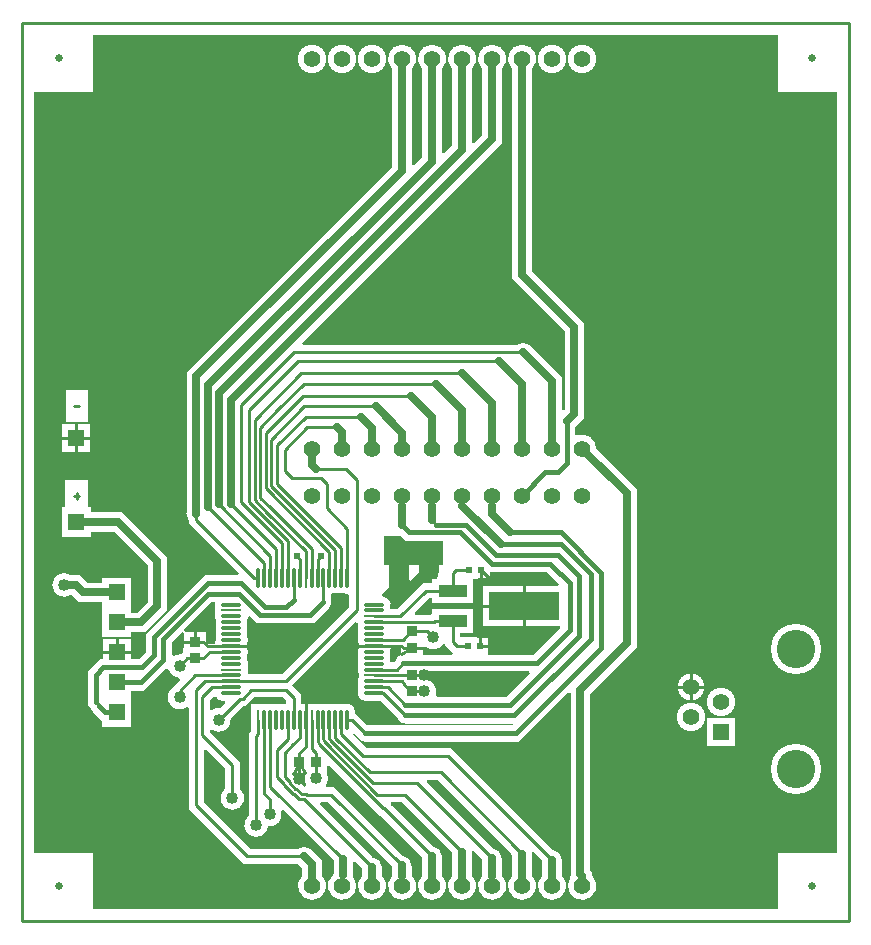
<source format=gbr>
%FSLAX25Y25*MOIN*%
%IR0*IPPOS*OFA0.00000B0.00000*MIA0B0*SFA1.00000B1.00000*%
%ADD25C,.128*%
%ADD22R,.236X.098*%
%ADD23R,.02X.021*%
%ADD18O,.011X.07*%
%ADD13O,.07X.011*%
%ADD17R,.011X.07*%
%ADD14R,.07X.011*%
%ADD16R,.032X.038*%
%ADD15R,.038X.032*%
%ADD11C,.04*%
%ADD19C,.024*%
%ADD10C,.025*%
%ADD20C,.055*%
%ADD21R,.098X.039*%
%ADD24R,.055X.055*%
%ADD12R,.058X.058*%
%ADD26C,.01*%
%ADD27C,.015*%
%ADD28C,.168004*%
%ADD33R,.078004X.10667*%
%ADD32R,.092004X.092004*%
%ADD30C,.095004*%
%ADD29C,.089004*%
%ADD31R,.095004X.095004*%
G75*
%LPD*%
G75*
G36*
G01X271654Y22814D02*
X251989D01*
Y3937D01*
X23602D01*
Y22814D01*
X3937D01*
Y276398D01*
X23602D01*
Y295276D01*
X251989D01*
Y276398D01*
X271654D01*
Y22814D01*
G37*
%LPC*%
G75*
G36*
G01X99864Y15196D02*
G02X93364I-3250J-3464D01*
G01Y17540D01*
X91904Y19000D01*
X73964D01*
X55500Y37464D01*
Y70950D01*
G03X54864Y71273I-400J0D01*
G02X49928Y77564I-2363J3227D01*
G01X50000Y77624D01*
Y77736D01*
X52586Y80321D01*
G03X52321Y81004I-283J283D01*
G02X48649Y83917I179J3996D01*
G03X47981Y84092I-385J-108D01*
G01X40639Y76750D01*
X36400D01*
Y64600D01*
X26600D01*
Y66750D01*
X26461D01*
X23555Y69655D01*
G02X22874Y70782I1945J1945D01*
G02X21750Y73000I1626J2218D01*
G01Y83139D01*
X25861Y87250D01*
X26900D01*
Y94100D01*
X36100D01*
Y87250D01*
X38861D01*
X41250Y89639D01*
Y95639D01*
X60861Y115250D01*
X71918D01*
G03X72200Y115933I0J400D01*
G01X55500Y132634D01*
Y133422D01*
X55456Y133477D01*
G02X54750Y135500I2544J2023D01*
G01Y182846D01*
X123364Y251460D01*
Y283938D01*
G02X129864I3250J3464D01*
G01Y251927D01*
G03X130547Y251644I400J0D01*
G01X133364Y254461D01*
Y283938D01*
G02X139864I3250J3464D01*
G01Y255927D01*
G03X140547Y255644I400J0D01*
G01X143364Y258461D01*
Y283938D01*
G02X149864I3250J3464D01*
G01Y259427D01*
G03X150547Y259144I400J0D01*
G01X153364Y261960D01*
Y283938D01*
G02X159864I3250J3464D01*
G01Y259268D01*
X93280Y192683D01*
G03X93562Y192000I283J-283D01*
G01X164923D01*
G02X169298Y191798I2077J-2500D01*
G01X179864Y181232D01*
Y170427D01*
G03X180547Y170144I400J0D01*
G01X180750Y170346D01*
Y196654D01*
X163364Y214039D01*
Y283938D01*
G02X169864I3250J3464D01*
G01Y216732D01*
X187250Y199346D01*
Y167654D01*
X184250Y164654D01*
Y162163D01*
G03X184803Y161793I400J0D01*
G02X191364Y157334I1811J-4391D01*
G01X191363Y157250D01*
X204750Y143862D01*
Y91154D01*
X189250Y75654D01*
Y16942D01*
X189864Y16328D01*
Y15197D01*
X189925Y15138D01*
G02X182750Y14494I-3311J-3406D01*
G01Y75895D01*
G03X182067Y76178I-400J0D01*
G01X165639Y59750D01*
X114269D01*
G02X111706Y61504I0J2750D01*
G01X111690Y61543D01*
X110849Y62385D01*
G03X110257Y62356I-283J-283D01*
G02X110226Y62320I-1966J1624D01*
G01X110106Y62179D01*
X114784Y57500D01*
X143036D01*
X176913Y23623D01*
X176982Y23615D01*
G02X179864Y20386I-368J-3229D01*
G01Y15196D01*
G02X173364I-3250J-3464D01*
G01Y20100D01*
X170538Y22926D01*
G03X169856Y22615I-283J-283D01*
G02X169864Y22386I-3242J-229D01*
G01Y15196D01*
G02X163364I-3250J-3464D01*
G01Y22100D01*
X138464Y47000D01*
X135002D01*
G03X134719Y46317I0J-400D01*
G01X156799Y24237D01*
X156868Y24229D01*
G02X159750Y21000I-368J-3229D01*
G01Y15300D01*
G02X153250Y15085I-3136J-3568D01*
G01Y20714D01*
X150538Y23426D01*
G03X149856Y23115I-283J-283D01*
G02X149864Y22886I-3242J-229D01*
G01Y15196D01*
G02X143364I-3250J-3464D01*
G01Y22600D01*
X126464Y39500D01*
X123031D01*
G03X122748Y38817I0J-400D01*
G01X123165Y38400D01*
X123393D01*
X136913Y24880D01*
X136982Y24872D01*
G02X139864Y21643I-368J-3229D01*
G01Y15196D01*
G02X133364I-3250J-3464D01*
G01Y21357D01*
X121322Y33400D01*
X121093D01*
X119394Y35100D01*
X119226D01*
X102283Y52043D01*
G03X101600Y51760I-283J-283D01*
G01Y49244D01*
G02X101227Y45136I-3600J-1744D01*
G03X101550Y44500I323J-236D01*
G01X104036D01*
X126799Y21737D01*
X126868Y21729D01*
G02X129750Y18500I-368J-3229D01*
G01Y15300D01*
G02X123250Y15085I-3136J-3568D01*
G01Y18214D01*
X101964Y39500D01*
X99502D01*
G03X99219Y38817I0J-400D01*
G01X116913Y21123D01*
X116982Y21115D01*
G02X119864Y17886I-368J-3229D01*
G01Y15196D01*
G02X113364I-3250J-3464D01*
G01Y17600D01*
X110933Y20031D01*
G03X110250Y19748I-283J-283D01*
G01Y15368D01*
G02X110207Y14839I-3250J0D01*
G02X103750Y15521I-3593J-3108D01*
G01Y20214D01*
X87030Y36934D01*
G03X86361Y36547I-283J-283D01*
G02X81973Y31535I-3861J-1047D01*
G02X75500Y35123I-3973J465D01*
G01Y62725D01*
X76190Y63415D01*
Y72429D01*
X81290D01*
Y72367D01*
X81434Y72325D01*
G02X81695Y72231I-723J-2445D01*
G02X83665Y72232I985J-2352D01*
G02X85635Y72231I985J-2352D01*
G02X87605I985J-2352D01*
G02X87913Y72338I985J-2352D01*
G01X88060Y72378D01*
Y73405D01*
X86964Y74500D01*
X77414D01*
X74493Y71579D01*
X73615D01*
X69477Y67441D01*
X69485Y67348D01*
G02X63137Y63773I-3985J-348D01*
G03X62500Y63450I-236J-323D01*
G01Y63036D01*
X72500Y53036D01*
Y44123D01*
G02X67500I-2500J-3123D01*
G01Y50964D01*
X61183Y57281D01*
G03X60500Y56998I-283J-283D01*
G01Y39536D01*
X76036Y24000D01*
X91923D01*
G02X96298Y23798I2077J-2500D01*
G01X99864Y20232D01*
Y15196D01*
G37*
G36*
G01X36400Y94600D02*
X26600D01*
Y106250D01*
X18904D01*
X16404Y108750D01*
X16332D01*
G02Y115250I-2332J3250D01*
G01X19096D01*
X21596Y112750D01*
X26600D01*
Y114400D01*
X36400D01*
Y102750D01*
X38154D01*
X41750Y106346D01*
Y118654D01*
X30654Y129750D01*
X22900D01*
Y128100D01*
X13100D01*
Y137900D01*
X14200D01*
Y147000D01*
X22000D01*
Y137900D01*
X22900D01*
Y136250D01*
X33346D01*
X48250Y121346D01*
Y103654D01*
X40846Y96250D01*
X36400D01*
Y94600D01*
G37*
G54D28*
X258000Y90500D03*
Y50500D03*
G54D33*
X18100Y171667D03*
G54D32*
X18000Y161000D03*
G54D30*
X233000Y73000D03*
X223000Y68000D03*
X176614Y287402D03*
X186614D03*
X96614D03*
X106614D03*
X116614D03*
G54D29*
X223000Y78000D03*
G54D31*
X233000Y63000D03*
%LPD*%
G75*
G36*
G01X67660Y72696D02*
X65941Y70977D01*
X65848Y70985D01*
G03X63137Y70227I-348J-3985D01*
G02X62500Y70550I-236J323D01*
G01Y73464D01*
X63889Y74853D01*
G02X64527Y74754I283J-283D01*
G03X66790Y73379I2264J1175D01*
G01X67377D01*
G02X67660Y72696I0J-400D01*
G37*
G36*
G01X61100Y92219D02*
Y96400D01*
X54255D01*
G02X53972Y97083I0J400D01*
G01X63139Y106250D01*
X64240D01*
Y100959D01*
X64302D01*
X64345Y100815D01*
G03X64438Y100554I2445J724D01*
G03X64438Y98584I2352J-985D01*
G03Y96614I2352J-985D01*
G03Y94644I2352J-985D01*
G03X64404Y92760I2352J-985D01*
G02X64029Y92219I-374J-141D01*
G01X61583D01*
X61442Y92077D01*
G02X61100Y92219I-141J141D01*
G37*
G36*
G01X50364Y88382D02*
G02X49750Y88720I-214J338D01*
G01Y92861D01*
X53217Y96328D01*
G02X53900Y96045I283J-283D01*
G01Y91100D01*
X53600D01*
Y89636D01*
X52941Y88977D01*
X52848Y88985D01*
G03X50364Y88382I-348J-3985D01*
G37*
G36*
G01X91600Y47361D02*
X90000Y48961D01*
Y49400D01*
X93863D01*
G02X94239Y48864I0J-400D01*
G03X94590Y45409I3761J-1363D01*
G02X94249Y44800I-341J-209D01*
G01X94161D01*
X92360Y46600D01*
X92068D01*
X91600Y47068D01*
Y47361D01*
G37*
G36*
G01X102910Y109030D02*
X103057Y109070D01*
G03X103365Y109177I-676J2459D01*
G03X105335Y109177I985J2352D01*
G03X107305I985J2352D01*
G03X108558Y108993I985J2352D01*
G02X109000Y108595I42J-398D01*
G01Y104536D01*
X86833Y82369D01*
X75240D01*
Y86359D01*
X75178D01*
X75136Y86502D01*
G03X75042Y86764I-2445J-723D01*
G03Y88734I-2352J985D01*
G03X74854Y91070I-2352J985D01*
G03X74853Y92308I-2163J619D01*
G03X75042Y94644I-2163J1351D01*
G03Y96614I-2352J985D01*
G03Y98584I-2352J985D01*
G03X75043Y100554I-2352J985D01*
G03X75136Y100815I-2352J985D01*
G01X75178Y100959D01*
X75240D01*
Y101284D01*
G02X75923Y101566I400J0D01*
G01X78240Y99250D01*
X97139D01*
X102354Y104465D01*
G03X102927Y107518I-1945J1945D01*
G01X102910Y107556D01*
Y109030D01*
G37*
G36*
G01X93920Y72429D02*
Y72359D01*
G02X93633Y72178I-200J0D01*
G03X93207Y72338I-1103J-2299D01*
G01X93060Y72378D01*
Y75476D01*
X90036Y78500D01*
X111107Y99571D01*
G02X111790Y99288I283J-283D01*
G01Y98989D01*
X111853D01*
X111895Y98846D01*
G03X111988Y98584I2446J723D01*
G03Y96614I2352J-985D01*
G03Y94644I2352J-985D01*
G03X112177Y92308I2352J-985D01*
G03X112177Y91070I2163J-620D01*
G03X111988Y88734I2163J-1350D01*
G03Y86764I2352J-985D01*
G03Y84794I2352J-985D01*
G03X112090Y82609I2352J-985D01*
G01Y81069D01*
G03X111988Y78884I2250J-1200D01*
G03Y76914I2352J-985D01*
G03X114340Y73379I2352J-985D01*
G01X119255D01*
X125090Y67543D01*
X125106Y67504D01*
G03X127669Y65750I2563J996D01*
G01X163378D01*
G02X163519Y65408I0J-200D01*
G01X163361Y65250D01*
X115055D01*
X110876Y69429D01*
X110840D01*
Y69879D01*
G03X107305Y72231I-2550J0D01*
G03X105335I-985J-2352D01*
G03X103365Y72232I-985J-2352D01*
G03X101395Y72231I-985J-2352D01*
G03X99425I-985J-2352D01*
G03X99164Y72325I-985J-2352D01*
G01X99020Y72367D01*
Y72429D01*
X93920D01*
G37*
G36*
G01X137807Y75273D02*
G03X134000Y80500I-3807J1227D01*
G02X133600Y80900I0J400D01*
G01Y83250D01*
X168895D01*
G02X169178Y82567I0J-400D01*
G01X161361Y74750D01*
X138188D01*
G02X137807Y75273I0J400D01*
G37*
G36*
G01X124421Y86957D02*
X123774Y86309D01*
X122739D01*
X122699Y86456D01*
G03X122592Y86764I-2459J-677D01*
G03Y88734I-2352J985D01*
G03X122627Y90618I-2352J985D01*
G02X123001Y91159I374J141D01*
G01X126400D01*
Y88688D01*
X126254Y88647D01*
G03X124437Y86996I746J-2647D01*
G01X124421Y86957D01*
G37*
G36*
G01X125869Y128459D02*
X126010Y128600D01*
X127861Y126750D01*
X140400D01*
Y118600D01*
X138750D01*
Y116000D01*
G02X138399Y114531I-3250J0D01*
G03X138356Y114350I357J-181D01*
G02X137956Y113950I-400J0D01*
G01X136600D01*
Y112500D01*
X133464D01*
X125003Y104039D01*
X122790D01*
Y104089D01*
X122728D01*
X122686Y104232D01*
G03X122592Y104494I-2445J-724D01*
G03X120240Y108029I-2352J985D01*
G01X120220D01*
G02X119937Y108712I0J400D01*
G01X122250Y111025D01*
Y118600D01*
X120600D01*
Y128400D01*
X125728D01*
G03X125869Y128459I0J200D01*
G37*
G36*
G01X133600Y88750D02*
Y91281D01*
G02X134273Y91574I400J0D01*
G03X140273Y92200I2727J2927D01*
G02X141000Y91970I327J-230D01*
G01Y91964D01*
X143531Y89433D01*
G02X143248Y88750I-283J-283D01*
G01X133600D01*
G37*
G36*
G01X155250D02*
Y94250D01*
X151450D01*
Y94550D01*
X146000D01*
Y96050D01*
X150400D01*
Y103950D01*
X136600D01*
Y102536D01*
X136133Y102069D01*
X131071D01*
G02X130788Y102752I0J400D01*
G01X135536Y107500D01*
X136600D01*
Y106050D01*
X150400D01*
Y113950D01*
X151950D01*
Y114250D01*
X155750D01*
Y116250D01*
X174861D01*
X178828Y112283D01*
G02X178545Y111600I-283J-283D01*
G01X153622D01*
Y98400D01*
X179045D01*
G02X179328Y97717I0J-400D01*
G01X170361Y88750D01*
X155250D01*
G37*
%LPC*%
G75*
G36*
G01X128750Y113752D02*
Y118600D01*
X132250D01*
Y116286D01*
X129433Y113469D01*
G02X128750Y113752I-283J283D01*
G37*
%LPD*%
G75*
G54D10*
G01X31500Y109500D02*
X20250D01*
X17750Y112000D01*
X14000D01*
G01X18000Y133000D02*
X32000D01*
X45000Y120000D01*
Y105000D01*
X39500Y99500D01*
X31500D01*
G01X96614Y11732D02*
Y18886D01*
X94000Y21500D01*
G01X136614Y287402D02*
Y253114D01*
X62000Y178500D01*
Y138000D01*
G01X126614Y287402D02*
Y250114D01*
X58000Y181500D01*
Y135500D01*
G01X146614Y287402D02*
Y257114D01*
X65500Y176000D01*
Y139000D01*
G01X69500D02*
Y173500D01*
X156614Y260614D01*
Y287402D01*
G01X107000Y20500D02*
Y15368D01*
G01X126500Y18500D02*
Y15096D01*
G01X116614Y11732D02*
Y17886D01*
G01X96614Y157402D02*
Y151886D01*
X98000Y150500D01*
G01X167000Y189500D02*
X176614Y179886D01*
Y157402D01*
G01X129500Y175000D02*
X136614Y167886D01*
Y157402D01*
G01X166614D02*
Y178886D01*
X159000Y186500D01*
G01X146614Y182500D02*
X156614Y172500D01*
Y157402D01*
G01X138000Y179000D02*
X146614Y170386D01*
Y157402D01*
G01X105000Y164500D02*
X106614Y162886D01*
Y157402D01*
G01X117902Y171500D02*
X126614Y162788D01*
Y157402D01*
G01X113000Y168000D02*
X116614Y164386D01*
Y157402D01*
G01X162500Y129500D02*
X156500Y135500D01*
Y138368D01*
G01X176614Y11732D02*
Y20386D01*
G01X166614Y11732D02*
Y22386D01*
G01X156500Y15096D02*
Y21000D01*
G01X146614Y11732D02*
Y22886D01*
G01X136614Y11732D02*
Y21643D01*
G01X146614Y138482D02*
X159596Y125500D01*
G01X126500Y138368D02*
Y132000D01*
G01X136500Y138368D02*
Y133500D01*
G01X186614Y11732D02*
Y14982D01*
X186000Y15596D01*
Y77000D01*
X201500Y92500D01*
Y142516D01*
X186614Y157402D01*
G01X166614Y287402D02*
Y215386D01*
X184000Y198000D01*
Y169000D01*
X181500Y166500D01*
X12402Y11614D03*
Y287598D03*
X263189Y11614D03*
Y287598D03*
G54D20*
X96614Y11732D03*
X106614D03*
X116614D03*
X96614Y157402D03*
X106614D03*
X116614D03*
Y141732D03*
X106614D03*
X96614D03*
X116614Y287402D03*
X106614D03*
X96614D03*
X126614Y11732D03*
X136614D03*
X126614Y157402D03*
X136614D03*
Y141732D03*
X126614D03*
X136614Y287402D03*
X126614D03*
X146614Y11732D03*
X156614D03*
X166614D03*
X146614Y157402D03*
X156614D03*
X166614D03*
Y141732D03*
X156614D03*
X146614D03*
X166614Y287402D03*
X156614D03*
X146614D03*
X176614Y11732D03*
X186614D03*
X176614Y157402D03*
X186614D03*
Y141732D03*
X176614D03*
X186614Y287402D03*
X176614D03*
X223000Y68000D03*
X233000Y73000D03*
X223000Y78000D03*
G54D11*
X14900Y30100D03*
X14000Y112000D03*
X15000Y265000D03*
X70000Y41000D03*
X65500Y67000D03*
X52500Y74500D03*
Y85000D03*
X82500Y35500D03*
X78000Y32000D03*
X92400Y47400D03*
X98000Y47500D03*
X133900Y82100D03*
X134000Y76500D03*
X137000Y94500D03*
X230000Y15000D03*
X260000Y265000D03*
G54D12*
X18000Y133000D03*
Y161000D03*
X31500Y69500D03*
Y79500D03*
Y89500D03*
Y109500D03*
Y99500D03*
G54D21*
X143500Y110000D03*
Y100000D03*
G54D13*
X69740Y85779D03*
Y81839D03*
Y79869D03*
Y77899D03*
Y75929D03*
Y105479D03*
Y101539D03*
Y99569D03*
Y97599D03*
Y95629D03*
Y93659D03*
Y91689D03*
Y89719D03*
Y87749D03*
X117290Y75929D03*
Y77899D03*
Y79869D03*
Y83809D03*
Y85779D03*
Y87749D03*
Y89719D03*
Y91689D03*
Y93659D03*
Y95629D03*
Y97599D03*
Y99569D03*
Y103509D03*
Y105479D03*
G54D22*
X167122Y105000D03*
G54D14*
X69740Y83809D03*
Y103509D03*
X117290Y81839D03*
Y101539D03*
G54D23*
X148450Y91500D03*
X152550D03*
X153050Y117000D03*
X148950D03*
G54D24*
X233000Y63000D03*
G54D15*
X57500Y87500D03*
Y93100D03*
X130000Y76500D03*
Y82100D03*
Y96500D03*
Y90900D03*
G54D16*
X92400Y53000D03*
X98000D03*
G54D25*
X258000Y50500D03*
Y90500D03*
G54D26*
G01X18000Y156200D02*
Y161000D01*
G01D02*
Y165800D01*
G01X13200Y161000D02*
X18000D01*
G01D02*
X22800D01*
G01X90560Y114479D02*
X90560Y107060D01*
G01X24500Y73000D02*
X25500Y72000D01*
Y71600D01*
G01X100410Y106410D02*
Y114479D01*
G01X31500Y89500D02*
Y94300D01*
G01X26700Y89500D02*
X31500D01*
G01D02*
X36300D01*
G01X94000Y21500D02*
X75000D01*
X58000Y38500D01*
Y77000D01*
X60869Y79869D01*
X69740D01*
G01Y77899D02*
X63399Y77899D01*
X60000Y74500D01*
Y62000D01*
X70000Y52000D01*
Y41000D01*
G01X65500Y67000D02*
X72579Y74079D01*
X73457D01*
X76378Y77000D01*
X88000D01*
X90560Y74440D01*
Y66929D01*
G01X69740Y81839D02*
X57639Y81839D01*
X52500Y76700D01*
Y74500D01*
G01X69740Y89719D02*
X62619Y89719D01*
X60400Y87500D01*
X57500D01*
G01D02*
X55000D01*
X52500Y85000D01*
G01X57500Y93100D02*
X60400D01*
X61811Y91689D01*
X69740D01*
G01X57500Y93100D02*
Y96600D01*
G01X53700Y93100D02*
X57500D01*
G01X62000Y138000D02*
X80710Y119290D01*
Y118980D01*
X80710Y118979D01*
Y114479D01*
G01X58000Y135500D02*
Y133669D01*
X77190Y114479D01*
X78740D01*
G01X65500Y139000D02*
X82680Y121820D01*
Y118980D01*
X82680Y118979D01*
Y114479D01*
G01X84650D02*
Y123850D01*
X69500Y139000D01*
G01X82680Y66929D02*
X82680Y44820D01*
X107000Y20500D01*
G01Y15368D02*
X106614Y14982D01*
Y11732D01*
G01X82500Y35500D02*
Y40500D01*
X80710Y42290D01*
Y66929D01*
G01X78000Y32000D02*
Y61689D01*
X78740Y62429D01*
Y66929D01*
G01X92530D02*
X92530Y61142D01*
X90388Y59000D01*
Y58892D01*
X87500Y55998D01*
Y47925D01*
X89100Y46325D01*
Y46032D01*
X91032Y44100D01*
X91325D01*
X93125Y42300D01*
X94746D01*
X95046Y42000D01*
X103000D01*
X126500Y18500D01*
G01Y15096D02*
X126614Y14982D01*
Y11732D01*
G01X116614Y17886D02*
X94000Y40500D01*
X92379D01*
X90579Y42300D01*
X90286D01*
X87300Y45286D01*
Y45579D01*
X85000Y47879D01*
Y56999D01*
X88590Y60593D01*
Y66929D01*
G01X92400Y53000D02*
Y47400D01*
G01X94500Y66929D02*
Y58000D01*
X92400Y55900D01*
Y53000D01*
G01X90650Y49200D02*
X92400Y53000D01*
G01D02*
X94150Y49200D01*
G01X98000Y150500D02*
X108000D01*
X111500Y147000D01*
Y103500D01*
X87869Y79869D01*
X74241D01*
X74240Y79869D01*
X69740D01*
G01X85000Y95000D02*
X81689Y91689D01*
G01D02*
X69740D01*
G01X86620Y114479D02*
Y126058D01*
X80225Y132453D01*
X80224D01*
X73000Y139677D01*
Y172000D01*
X90500Y189500D01*
X167000D01*
G01X102380Y114479D02*
X102380Y123120D01*
X81100Y144400D01*
Y150253D01*
X81099Y150254D01*
Y162599D01*
X93500Y175000D01*
X129500D01*
G01X159000Y186500D02*
X92000D01*
X75699Y170199D01*
Y139524D01*
X80970Y134253D01*
X80971D01*
X88590Y126634D01*
Y114479D01*
G01X94500D02*
Y123270D01*
X81716Y136054D01*
X81715D01*
X77499Y140270D01*
Y166999D01*
X93000Y182500D01*
X146614D01*
G01X96470Y114479D02*
Y123846D01*
X82462Y137854D01*
X82461D01*
X79299Y141016D01*
Y164409D01*
X85390Y170500D01*
X93890Y179000D01*
X138000D01*
G01X92530Y114479D02*
X92530Y120470D01*
X91500Y121500D01*
G01X108290Y114479D02*
Y130710D01*
X101500Y137500D01*
Y145500D01*
X99500Y147500D01*
X90000D01*
X87500Y150000D01*
Y157000D01*
X95000Y164500D01*
X105000D01*
G01X104350Y114479D02*
Y123696D01*
X82900Y145146D01*
Y150999D01*
X82899Y151000D01*
Y160399D01*
X94000Y171500D01*
X117902D01*
G01X106320Y114479D02*
Y124271D01*
X85000Y145591D01*
Y158500D01*
X94500Y168000D01*
X113000D01*
G01X108290Y66929D02*
X109840D01*
X114269Y62500D01*
G01X156500Y138368D02*
X156614Y138482D01*
Y141732D01*
G01X176614Y20386D02*
X142000Y55000D01*
X113749D01*
X106320Y62429D01*
Y66929D01*
G01X166614Y22386D02*
X139500Y49500D01*
X116000D01*
X104350Y61150D01*
Y66929D01*
G01X156614Y11732D02*
Y14982D01*
X156500Y15096D01*
G01Y21000D02*
X131500Y46000D01*
X116954D01*
X102550Y60404D01*
Y60571D01*
X102380Y60741D01*
Y66929D01*
G01X146614Y22886D02*
X127500Y42000D01*
X118408D01*
X100750Y59658D01*
Y59825D01*
X100580Y59995D01*
Y60420D01*
X100410Y60590D01*
Y66929D01*
G01X136614Y21643D02*
X122357Y35900D01*
X122129D01*
X120429Y37600D01*
X120262D01*
X98950Y58912D01*
Y59079D01*
X98780Y59249D01*
Y59477D01*
X98440Y59817D01*
Y66929D01*
G01X96470D02*
Y57430D01*
X98000Y55900D01*
Y53000D01*
G01D02*
Y47500D01*
G01X94000Y77000D02*
X94500Y76500D01*
G01D02*
Y66929D01*
G01X110000Y90000D02*
X111689Y91689D01*
G01D02*
X117290D01*
G01X99500Y121500D02*
X98440Y120440D01*
Y114479D01*
G01X146614Y141732D02*
Y138482D01*
G01X127669Y68500D02*
X120240Y75929D01*
X117290D01*
G01X126614Y141732D02*
Y138482D01*
X126500Y138368D01*
G01X127000Y86000D02*
X124809Y83809D01*
X117290D01*
G01X136614Y141732D02*
Y138482D01*
X136500Y138368D01*
G01Y133500D02*
X138000Y132000D01*
G01X127689Y72000D02*
X121790Y77899D01*
X117290D01*
G01X130000Y82100D02*
X133900D01*
G01X117290Y81839D02*
X126839Y81839D01*
X127100Y82100D01*
X130000D01*
G01X117290Y79869D02*
X126631Y79869D01*
X127393Y79107D01*
Y78807D01*
X129700Y76500D01*
X130000D01*
G01D02*
X134000D01*
G01X143500Y110000D02*
X134500D01*
X126039Y101539D01*
X117290D01*
G01Y99569D02*
X137169Y99569D01*
X137600Y100000D01*
X143500D01*
G01X117290Y91689D02*
X126311Y91689D01*
X127100Y90900D01*
X130000D01*
G01D02*
X133800D01*
G01X126200Y89150D02*
X130000Y90900D01*
G01X117290Y93659D02*
X126859Y93659D01*
X129700Y96500D01*
X130000D01*
G01D02*
X135000D01*
X137000Y94500D01*
G01X148950Y117000D02*
X144500D01*
X143500Y116000D01*
Y110000D01*
G01X148450Y91500D02*
X145000D01*
X143500Y93000D01*
Y100000D01*
G01X153422Y105000D02*
X167122D01*
G01X152550Y91500D02*
X155450D01*
G01X152550D02*
Y94450D01*
G01X153050Y117000D02*
X155950Y114050D01*
G01X153050D02*
Y117000D01*
G01X167122Y105000D02*
Y111800D01*
G01Y98200D02*
Y105000D01*
G01X223000Y73350D02*
Y78000D01*
G01D02*
Y82650D01*
G01X218350Y78000D02*
X223000D01*
G01D02*
X227650D01*
G01X0Y0D02*
X275591D01*
Y299213D01*
X0D01*
Y0D01*
G01X18797Y141667D02*
X17277D01*
G01X18100Y142750D02*
Y140583D01*
G01X18923Y171667D02*
X17277D01*
G54D17*
X78740Y66929D03*
X96470D03*
X94500Y114479D03*
G54D27*
G01X90560Y107060D02*
X88000Y104500D01*
X81000D01*
X73000Y112500D01*
X62000D01*
X44000Y94500D01*
Y88500D01*
X40000Y84500D01*
X27000D01*
X24500Y82000D01*
Y73000D01*
G01X25500Y71600D02*
X27600Y69500D01*
X31500D01*
G01Y79500D02*
X39500D01*
X47000Y87000D01*
Y94000D01*
X62000Y109000D01*
X72379D01*
X79379Y102000D01*
X96000D01*
X100410Y106410D01*
G01X114269Y62500D02*
X164500D01*
X193000Y91000D01*
Y116000D01*
X179500Y129500D01*
X162500D01*
G01X159596Y125500D02*
X179500D01*
X189500Y115500D01*
Y94000D01*
X164000Y68500D01*
X127669D01*
G01X126500Y132000D02*
X129000Y129500D01*
X146000D01*
X156500Y119000D01*
X176000D01*
X182500Y112500D01*
Y97000D01*
X171500Y86000D01*
X127000D01*
G01X138000Y132000D02*
X148000D01*
X158000Y122000D01*
X178621D01*
X185500Y115121D01*
Y95000D01*
X162500Y72000D01*
X127689D01*
G01X181500Y166500D02*
Y152500D01*
X178500Y149500D01*
X174382D01*
X166614Y141732D01*
G54D18*
X80710Y66929D03*
X82680D03*
X84650D03*
X86620D03*
X88590D03*
X90560D03*
X92530D03*
Y114479D03*
X90560D03*
X88590D03*
X86620D03*
X84650D03*
X82680D03*
X80710D03*
X78740D03*
X94500Y66929D03*
X98440D03*
X100410D03*
X102380D03*
X104350D03*
X106320D03*
X108290D03*
Y114479D03*
X106320D03*
X104350D03*
X102380D03*
X100410D03*
X98440D03*
X96470D03*
G54D19*
X91500Y121500D03*
X99500D03*
M02*

</source>
